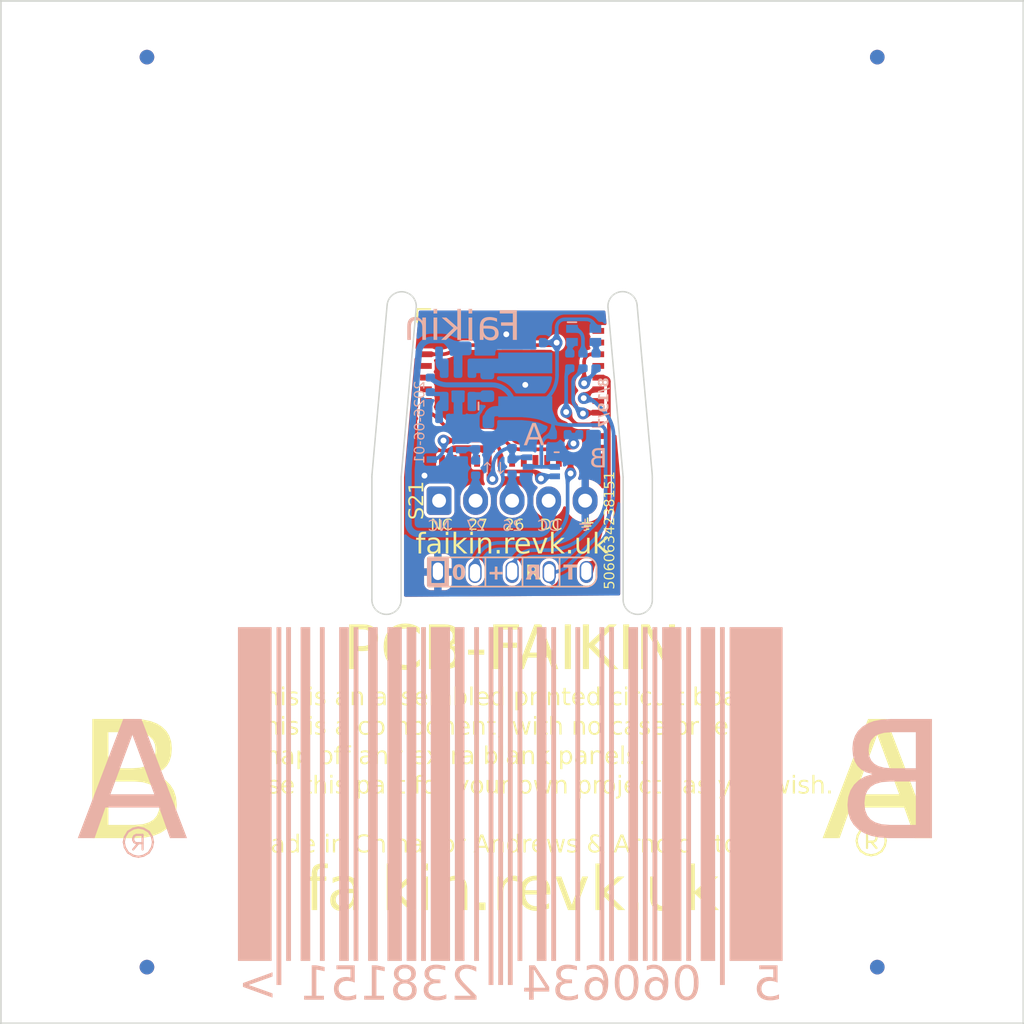
<source format=kicad_pcb>
(kicad_pcb (version 20221018) (generator pcbnew)
  (title_block (title "Daikin ESP32-PICO-MINI Module") (rev "1") (company "Adrian Kennard, Andrews & Arnold Ltd"))
  (layers (0 "F.Cu" signal) (31 "B.Cu" signal) (34 "B.Paste" user) (35 "F.Paste" user) (36 "B.SilkS" user "B.Silkscreen") (37 "F.SilkS" user "F.Silkscreen") (38 "B.Mask" user) (39 "F.Mask" user) (44 "Edge.Cuts" user))
  (property "DATE" "2023-06-02")
  (net 0 "")
  (net 1 "GND")
  (net 2 "TX")
  (net 3 "RX")
  (net 4 "Net-(J1-Pin_2)")
  (net 5 "Net-(D2-RK)")
  (net 6 "Net-(D2-BK)")
  (net 7 "DC")
  (net 8 "Net-(D2-GK)")
  (net 10 "EN")
  (net 11 "Net-(J1-Pin_3)")
  (net 12 "Net-(J2-0)")
  (net 13 "Net-(J2-Rx)")
  (net 14 "Net-(J2-Tx)")
  (net 24 "+3.3V")
  (net 27 "R")
  (net 28 "G")
  (net 29 "B")
  (net 43 "Net-(Q3-G)")
  (footprint "RevK:ESP32-PICO-MINI-02" (layer "F.Cu") (at 135 56.59325)
    (fp_text reference "U1" hide)
    (fp_text value "ESP32-PICO-MINI-02")
    (fp_line (start -6.5 -5.5) (end -6.5 -4.6) (stroke (width 0.12)) (layer "F.SilkS"))
    (fp_line (start -6.5 -5.5) (end -5.6 -5.5) (stroke (width 0.12)) (layer "F.SilkS"))
    (pad "1" smd rect (at -5.9 -4) (size 0.8 0.4) (layers "F.Cu" "F.Paste" "F.Mask") (net 1 "GND"))
    (pad "2" smd rect (at -5.9 -3.2) (size 0.8 0.4) (layers "F.Cu" "F.Paste" "F.Mask") (net 1 "GND"))
    (pad "3" smd rect (at -5.9 -2.4) (size 0.8 0.4) (layers "F.Cu" "F.Paste" "F.Mask") (net 24 "+3.3V"))
    (pad "4" smd rect (at -5.9 -1.6) (size 0.8 0.4) (layers "F.Cu" "F.Paste" "F.Mask"))
    (pad "5" smd rect (at -5.9 -0.8) (size 0.8 0.4) (layers "F.Cu" "F.Paste" "F.Mask"))
    (pad "6" smd rect (at -5.9 0) (size 0.8 0.4) (layers "F.Cu" "F.Paste" "F.Mask"))
    (pad "7" smd rect (at -5.9 0.8) (size 0.8 0.4) (layers "F.Cu" "F.Paste" "F.Mask"))
    (pad "8" smd rect (at -5.9 1.6) (size 0.8 0.4) (layers "F.Cu" "F.Paste" "F.Mask") (net 10 "EN"))
    (pad "9" smd rect (at -5.9 2.4) (size 0.8 0.4) (layers "F.Cu" "F.Paste" "F.Mask"))
    (pad "10" smd rect (at -5.9 3.2) (size 0.8 0.4) (layers "F.Cu" "F.Paste" "F.Mask"))
    (pad "11" smd rect (at -5.9 4) (size 0.8 0.4) (layers "F.Cu" "F.Paste" "F.Mask") (net 1 "GND"))
    (pad "12" smd rect (at -4.8 4.9) (size 0.4 0.8) (layers "F.Cu" "F.Paste" "F.Mask"))
    (pad "13" smd rect (at -4 4.9) (size 0.4 0.8) (layers "F.Cu" "F.Paste" "F.Mask"))
    (pad "14" smd rect (at -3.2 4.9) (size 0.4 0.8) (layers "F.Cu" "F.Paste" "F.Mask") (net 1 "GND"))
    (pad "15" smd rect (at -2.4 4.9) (size 0.4 0.8) (layers "F.Cu" "F.Paste" "F.Mask"))
    (pad "16" smd rect (at -1.6 4.9) (size 0.4 0.8) (layers "F.Cu" "F.Paste" "F.Mask") (net 2 "TX"))
    (pad "17" smd rect (at -0.8 4.9) (size 0.4 0.8) (layers "F.Cu" "F.Paste" "F.Mask") (net 3 "RX"))
    (pad "18" smd rect (at 0 4.9) (size 0.4 0.8) (layers "F.Cu" "F.Paste" "F.Mask"))
    (pad "19" smd rect (at 0.8 4.9) (size 0.4 0.8) (layers "F.Cu" "F.Paste" "F.Mask"))
    (pad "20" smd rect (at 1.6 4.9) (size 0.4 0.8) (layers "F.Cu" "F.Paste" "F.Mask"))
    (pad "21" smd rect (at 2.4 4.9) (size 0.4 0.8) (layers "F.Cu" "F.Paste" "F.Mask"))
    (pad "22" smd rect (at 3.2 4.9) (size 0.4 0.8) (layers "F.Cu" "F.Paste" "F.Mask"))
    (pad "23" smd rect (at 4 4.9) (size 0.4 0.8) (layers "F.Cu" "F.Paste" "F.Mask") (net 12 "Net-(J2-0)"))
    (pad "24" smd rect (at 4.8 4.9) (size 0.4 0.8) (layers "F.Cu" "F.Paste" "F.Mask"))
    (pad "25" smd rect (at 5.9 4) (size 0.8 0.4) (layers "F.Cu" "F.Paste" "F.Mask"))
    (pad "26" smd rect (at 5.9 3.2) (size 0.8 0.4) (layers "F.Cu" "F.Paste" "F.Mask"))
    (pad "27" smd rect (at 5.9 2.4) (size 0.8 0.4) (layers "F.Cu" "F.Paste" "F.Mask") (net 29 "B"))
    (pad "28" smd rect (at 5.9 1.6) (size 0.8 0.4) (layers "F.Cu" "F.Paste" "F.Mask") (net 27 "R"))
    (pad "29" smd rect (at 5.9 0.8) (size 0.8 0.4) (layers "F.Cu" "F.Paste" "F.Mask"))
    (pad "30" smd rect (at 5.9 0) (size 0.8 0.4) (layers "F.Cu" "F.Paste" "F.Mask") (net 13 "Net-(J2-Rx)"))
    (pad "31" smd rect (at 5.9 -0.8) (size 0.8 0.4) (layers "F.Cu" "F.Paste" "F.Mask") (net 14 "Net-(J2-Tx)"))
    (pad "32" smd rect (at 5.9 -1.6) (size 0.8 0.4) (layers "F.Cu" "F.Paste" "F.Mask"))
    (pad "33" smd rect (at 5.9 -2.4) (size 0.8 0.4) (layers "F.Cu" "F.Paste" "F.Mask") (net 28 "G"))
    (pad "34" smd rect (at 5.9 -3.2) (size 0.8 0.4) (layers "F.Cu" "F.Paste" "F.Mask"))
    (pad "35" smd rect (at 5.9 -4) (size 0.8 0.4) (layers "F.Cu" "F.Paste" "F.Mask"))
    (pad "36" smd rect (at 4.8 -4.9) (size 0.4 0.8) (layers "F.Cu" "F.Paste" "F.Mask") (net 1 "GND"))
    (pad "37" smd rect (at 4 -4.9) (size 0.4 0.8) (layers "F.Cu" "F.Paste" "F.Mask") (net 1 "GND"))
    (pad "38" smd rect (at 3.2 -4.9) (size 0.4 0.8) (layers "F.Cu" "F.Paste" "F.Mask") (net 1 "GND"))
    (pad "39" smd rect (at 2.4 -4.9) (size 0.4 0.8) (layers "F.Cu" "F.Paste" "F.Mask") (net 1 "GND"))
    (pad "40" smd rect (at 1.6 -4.9) (size 0.4 0.8) (layers "F.Cu" "F.Paste" "F.Mask") (net 1 "GND"))
    (pad "41" smd rect (at 0.8 -4.9) (size 0.4 0.8) (layers "F.Cu" "F.Paste" "F.Mask") (net 1 "GND"))
    (pad "42" smd rect (at 0 -4.9) (size 0.4 0.8) (layers "F.Cu" "F.Paste" "F.Mask") (net 1 "GND"))
    (pad "43" smd rect (at -0.8 -4.9) (size 0.4 0.8) (layers "F.Cu" "F.Paste" "F.Mask") (net 1 "GND"))
    (pad "44" smd rect (at -1.6 -4.9) (size 0.4 0.8) (layers "F.Cu" "F.Paste" "F.Mask") (net 1 "GND"))
    (pad "45" smd rect (at -2.4 -4.9) (size 0.4 0.8) (layers "F.Cu" "F.Paste" "F.Mask") (net 1 "GND"))
    (pad "46" smd rect (at -3.2 -4.9) (size 0.4 0.8) (layers "F.Cu" "F.Paste" "F.Mask") (net 1 "GND"))
    (pad "47" smd rect (at -4 -4.9) (size 0.4 0.8) (layers "F.Cu" "F.Paste" "F.Mask") (net 1 "GND"))
    (pad "48" smd rect (at -4.8 -4.9) (size 0.4 0.8) (layers "F.Cu" "F.Paste" "F.Mask") (net 1 "GND"))
    (pad "49" smd roundrect (at -1.975 -1.975) (size 1.45 1.45) (layers "F.Cu" "F.Paste" "F.Mask") (roundrect_rratio 0) (chamfer_ratio 0.41) (chamfer top_left) (net 1 "GND"))
    (pad "49" smd rect (at -1.975 0) (size 1.45 1.45) (layers "F.Cu" "F.Paste" "F.Mask") (net 1 "GND"))
    (pad "49" smd rect (at -1.975 1.975) (size 1.45 1.45) (layers "F.Cu" "F.Paste" "F.Mask") (net 1 "GND"))
    (pad "49" smd rect (at 0 -1.975) (size 1.45 1.45) (layers "F.Cu" "F.Paste" "F.Mask") (net 1 "GND"))
    (pad "49" smd rect (at 0 0) (size 1.45 1.45) (layers "F.Cu" "F.Paste" "F.Mask") (net 1 "GND"))
    (pad "49" smd rect (at 0 1.975) (size 1.45 1.45) (layers "F.Cu" "F.Paste" "F.Mask") (net 1 "GND"))
    (pad "49" smd rect (at 1.975 -1.975) (size 1.45 1.45) (layers "F.Cu" "F.Paste" "F.Mask") (net 1 "GND"))
    (pad "49" smd rect (at 1.975 0) (size 1.45 1.45) (layers "F.Cu" "F.Paste" "F.Mask") (net 1 "GND"))
    (pad "49" smd rect (at 1.975 1.975) (size 1.45 1.45) (layers "F.Cu" "F.Paste" "F.Mask") (net 1 "GND"))
    (pad "50" smd rect (at 5.95 -4.95) (size 0.7 0.7) (layers "F.Cu" "F.Paste" "F.Mask") (net 1 "GND"))
    (pad "51" smd rect (at 5.95 4.95) (size 0.7 0.7) (layers "F.Cu" "F.Paste" "F.Mask") (net 1 "GND"))
    (pad "52" smd rect (at -5.95 4.95) (size 0.7 0.7) (layers "F.Cu" "F.Paste" "F.Mask") (net 1 "GND"))
    (pad "53" smd rect (at -5.95 -4.95) (size 0.7 0.7) (layers "F.Cu" "F.Paste" "F.Mask") (net 1 "GND"))
    (zone (net 0) (net_name "") (layer "F.Cu") (connect_pads (clearance 0)) (min_thickness 0.01)
      (keepout (tracks not_allowed) (vias not_allowed) (pads not_allowed) (copperpour not_allowed) (footprints allowed))
      (fill (thermal_gap 0.508) (thermal_bridge_width 0.508))
      (polygon (pts (xy 128.4 45.59325) (xy 141.6 45.59325) (xy 141.6 50.99325) (xy 128.4 50.99325)))
    )
    (zone (net 0) (net_name "") (layer "B.Cu") (connect_pads (clearance 0)) (min_thickness 0.01)
      (keepout (tracks not_allowed) (vias not_allowed) (pads not_allowed) (copperpour not_allowed) (footprints allowed))
      (fill (thermal_gap 0.508) (thermal_bridge_width 0.508))
      (polygon (pts (xy 128.4 45.59325) (xy 141.6 45.59325) (xy 141.6 50.99325) (xy 128.4 50.99325)))
    )
  )
  (footprint "RevK:PCB7070" (layer "F.Cu") (at 135 65)
    (fp_text reference "PCB1" hide)
    (fp_text value "70x70")
    (fp_line (start -35 -35) (end 35 -35) (stroke (width 0.12)) (layer "Edge.Cuts"))
    (fp_line (start -35 35) (end -35 -35) (stroke (width 0.12)) (layer "Edge.Cuts"))
    (fp_line (start 35 -35) (end 35 35) (stroke (width 0.12)) (layer "Edge.Cuts"))
    (fp_line (start 35 35) (end -35 35) (stroke (width 0.12)) (layer "Edge.Cuts"))
    (pad "" np_thru_hole circle (at -33 33) (size 1.1 1.1) (drill 1.1) (layers "F&B.Cu" "*.Mask") (clearance 0.1))
    (pad "" np_thru_hole circle (at -30 -30) (size 2 2) (drill 2) (layers "F&B.Cu" "*.Mask") (clearance 0.1))
    (pad "" np_thru_hole circle (at -30 30) (size 2 2) (drill 2) (layers "F&B.Cu" "*.Mask") (clearance 0.1))
    (pad "" np_thru_hole circle (at 30 -30) (size 2 2) (drill 2) (layers "F&B.Cu" "*.Mask") (clearance 0.1))
    (pad "" np_thru_hole circle (at 30 30) (size 2 2) (drill 2) (layers "F&B.Cu" "*.Mask") (clearance 0.1))
    (pad "" np_thru_hole circle (at 33 -33) (size 1.1 1.1) (drill 1.1) (layers "F&B.Cu" "*.Mask") (clearance 0.1))
    (pad "1" smd circle (at -25 -31.15) (size 1 1) (property pad_prop_fiducial_loc) (layers "F.Cu" "F.Paste" "F.Mask") (clearance 0.5))
    (pad "1" smd circle (at -25 -31.15) (size 1 1) (property pad_prop_fiducial_loc) (layers "B.Cu" "B.Paste" "B.Mask") (clearance 0.5))
    (pad "1" smd circle (at -25 31.15) (size 1 1) (property pad_prop_fiducial_loc) (layers "F.Cu" "F.Paste" "F.Mask") (clearance 0.5))
    (pad "1" smd circle (at -25 31.15) (size 1 1) (property pad_prop_fiducial_loc) (layers "B.Cu" "B.Paste" "B.Mask") (clearance 0.5))
    (pad "1" smd circle (at 25 -31.15) (size 1 1) (property pad_prop_fiducial_loc) (layers "F.Cu" "F.Paste" "F.Mask") (clearance 0.5))
    (pad "1" smd circle (at 25 -31.15) (size 1 1) (property pad_prop_fiducial_loc) (layers "B.Cu" "B.Paste" "B.Mask") (clearance 0.5))
    (pad "1" smd circle (at 25 31.15) (size 1 1) (property pad_prop_fiducial_loc) (layers "F.Cu" "F.Paste" "F.Mask") (clearance 0.5))
    (pad "1" smd circle (at 25 31.15) (size 1 1) (property pad_prop_fiducial_loc) (layers "B.Cu" "B.Paste" "B.Mask") (clearance 0.5))
  )
  (footprint "RevK:C_0603_" (layer "B.Cu") (at 132.6 53.7875)
    (fp_text reference "C8" hide)
    (fp_text value "10uF 50V")
  )
  (footprint "RevK:LED-RGB-1.6x1.6" (layer "B.Cu") (at 139.9 52.9)
    (fp_text reference "D2" hide)
    (fp_text value "RGB")
    (fp_line (start -1.1 -0.9) (end -0.5 -0.9) (stroke (width 0.12)) (layer "B.SilkS"))
    (pad "1" smd rect (at -0.8 -0.45) (size 0.8 0.55) (layers "B.Cu" "B.Paste" "B.Mask") (net 5 "Net-(D2-RK)"))
    (pad "2" smd rect (at -0.8 0.45) (size 0.8 0.55) (layers "B.Cu" "B.Paste" "B.Mask") (net 6 "Net-(D2-BK)"))
    (pad "3" smd rect (at 0.8 0.45) (size 0.8 0.55) (layers "B.Cu" "B.Paste" "B.Mask") (net 8 "Net-(D2-GK)"))
    (pad "4" smd rect (at 0.8 -0.45) (size 0.8 0.55) (layers "B.Cu" "B.Paste" "B.Mask") (net 24 "+3.3V"))
  )
  (footprint "RevK:C_0402" (layer "B.Cu") (at 140.1 59.7 180)
    (fp_text reference "C1" hide)
    (fp_text value "1uF" hide)
    (pad "1" smd roundrect (at -0.5 0 180) (size 0.54 0.64) (layers "B.Cu" "B.Paste" "B.Mask") (net 1 "GND"))
    (pad "2" smd roundrect (at 0.5 0 180) (size 0.54 0.64) (layers "B.Cu" "B.Paste" "B.Mask") (net 10 "EN"))
  )
  (footprint "RevK:R_0402" (layer "B.Cu") (at 140.75 54.65 -90)
    (fp_text reference "R6" hide)
    (fp_text value "2K" hide)
    (pad "1" smd roundrect (at -0.5 0 270) (size 0.54 0.64) (layers "B.Cu" "B.Paste" "B.Mask") (net 8 "Net-(D2-GK)"))
    (pad "2" smd roundrect (at 0.5 0 270) (size 0.54 0.64) (layers "B.Cu" "B.Paste" "B.Mask") (net 28 "G"))
  )
  (footprint "RevK:R_0402_" (layer "B.Cu") (at 130.5 58.5875 180)
    (fp_text reference "R10" hide)
    (fp_text value "40k2" hide)
  )
  (footprint "RevK:SOT-323_SC-70" (layer "B.Cu") (at 130.5 61.4)
    (fp_text reference "Q3" hide)
    (fp_text value "PMF250XNEX" hide)
    (pad "1" smd rect (at 1 -0.65 270) (size 0.45 0.7) (layers "B.Cu" "B.Paste" "B.Mask") (net 43 "Net-(Q3-G)"))
    (pad "2" smd rect (at 1 0.65 270) (size 0.45 0.7) (layers "B.Cu" "B.Paste" "B.Mask") (net 1 "GND"))
    (pad "3" smd rect (at -1 0 270) (size 0.45 0.7) (layers "B.Cu" "B.Paste" "B.Mask") (net 3 "RX"))
  )
  (footprint "RevK:R_0402" (layer "B.Cu") (at 139.85 54.65 -90)
    (fp_text reference "R5" hide)
    (fp_text value "680R" hide)
    (pad "1" smd roundrect (at -0.5 0 270) (size 0.54 0.64) (layers "B.Cu" "B.Paste" "B.Mask") (net 5 "Net-(D2-RK)"))
    (pad "2" smd roundrect (at 0.5 0 270) (size 0.54 0.64) (layers "B.Cu" "B.Paste" "B.Mask") (net 27 "R"))
  )
  (footprint "RevK:SOT-23-6-MD8942" (layer "B.Cu") (at 131.3 56.2875 -90)
    (fp_text reference "U3" hide)
    (fp_text value "MD8942")
    (fp_line (start 1.7 -1.4) (end 1.2 -1.4) (stroke (width 0.12)) (layer "B.SilkS"))
    (pad "1" smd rect (at 0.7625 -1.5 270) (size 0.525 0.8) (layers "B.Cu"))
    (pad "1" smd roundrect (at 0.775 -2 270) (size 0.8 0.95) (layers "B.Cu" "B.Paste" "B.Mask"))
    (pad "1" smd roundrect (at 1.1375 -0.95 270) (size 1.325 0.6) (layers "B.Cu" "B.Paste" "B.Mask"))
    (pad "2" smd roundrect (at 1.1375 0 270) (size 1.325 0.6) (layers "B.Cu" "B.Paste" "B.Mask") (net 1 "GND"))
    (pad "2" smd rect (at 1.8 0 270) (size 0.8 0.6) (layers "B.Cu") (net 1 "GND"))
    (pad "2" smd roundrect (at 2.3 0.3) (size 0.54 0.64) (layers "B.Cu" "B.Paste" "B.Mask") (net 1 "GND"))
    (pad "2" smd roundrect (at 2.5 -0.525 270) (size 0.95 0.8) (layers "B.Cu" "B.Paste" "B.Mask") (net 1 "GND"))
    (pad "2" smd roundrect (at 2.5 0 270) (size 0.95 1.125) (layers "B.Cu") (net 1 "GND"))
    (pad "3" smd roundrect (at 0.5 1.9 270) (size 0.54 0.64) (layers "B.Cu" "B.Paste" "B.Mask"))
    (pad "3" smd rect (at 0.625 1.355 270) (size 0.29 0.89) (layers "B.Cu"))
    (pad "3" smd roundrect (at 1.1375 0.95 270) (size 1.325 0.6) (layers "B.Cu" "B.Paste" "B.Mask"))
    (pad "3" smd custom (at 1.98 1.3 270) (size 0.8 0.5) (layers "B.Cu") (options (clearance outline) (anchor rect)) (primitives (gr_arc (start -0.4 0) (mid -0.682843 -0.117157) (end -0.8 -0.4) (width 0.5))))
    (pad "3" smd roundrect (at 2.3 1.3) (size 0.54 0.64) (layers "B.Cu" "B.Paste" "B.Mask"))
    (pad "4" smd roundrect (at -2.3 1.3 180) (size 0.54 0.64) (layers "B.Cu" "B.Paste" "B.Mask"))
    (pad "4" smd custom (at -1.9 1.3 270) (size 0.8 0.5) (layers "B.Cu") (options (clearance outline) (anchor rect)) (primitives (gr_arc (start 0.8 -0.4) (mid 0.682843 -0.117157) (end 0.4 0) (width 0.5))))
    (pad "4" smd roundrect (at -1.1375 0.95 270) (size 1.325 0.6) (layers "B.Cu" "B.Paste" "B.Mask"))
    (pad "5" smd roundrect (at -2.5 -0.525 270) (size 0.95 0.8) (layers "B.Cu" "B.Paste" "B.Mask") (net 7 "DC"))
    (pad "5" smd roundrect (at -2.5 0 270) (size 0.95 1.125) (layers "B.Cu") (net 7 "DC"))
    (pad "5" smd roundrect (at -2.3 0.3 180) (size 0.54 0.64) (layers "B.Cu" "B.Paste" "B.Mask") (net 7 "DC"))
    (pad "5" smd rect (at -1.8 0 270) (size 0.8 0.6) (layers "B.Cu") (net 7 "DC"))
    (pad "5" smd roundrect (at -1.1375 0 270) (size 1.325 0.6) (layers "B.Cu" "B.Paste" "B.Mask") (net 7 "DC"))
    (pad "6" smd rect (at -1.5 -4.6 270) (size 1.425 3.7) (layers "B.Cu" "B.Mask"))
    (pad "6" smd rect (at -1.3 -1.975 270) (size 1 2) (layers "B.Cu"))
    (pad "6" smd roundrect (at -1.1375 -0.95 270) (size 1.325 0.6) (layers "B.Cu" "B.Paste" "B.Mask"))
    (pad "6" smd roundrect (at -0.775 -2 270) (size 0.8 0.95) (layers "B.Cu" "B.Paste" "B.Mask"))
    (pad "7" smd roundrect (at -2.5 -2.075 270) (size 0.95 0.8) (layers "B.Cu" "B.Paste" "B.Mask") (net 1 "GND"))
    (pad "8" smd roundrect (at -0.5 1.9 270) (size 0.54 0.64) (layers "B.Cu" "B.Paste" "B.Mask") (net 24 "+3.3V"))
    (pad "8" smd custom (at 0 -0.8 270) (size 0.35 3) (layers "B.Cu") (net 24 "+3.3V") (options (clearance outline) (anchor rect)) (primitives (gr_arc (start 0.001198 1.5) (mid -0.129059 2.154847) (end -0.5 2.71) (width 0.35)) (gr_arc (start 0 -1.5) (mid 0.43934 -2.56066) (end 1.5 -3) (width 0.35))))
    (pad "8" smd rect (at 1.5 -4.6 270) (size 1.425 3.7) (layers "B.Cu" "B.Mask") (net 24 "+3.3V"))
    (pad "8" smd custom (at 1.8 -3.6 270) (size 0.7 2) (layers "B.Cu") (net 24 "+3.3V") (options (clearance outline) (anchor rect)) (primitives (gr_arc (start 0.5 1.5) (mid 0.146447 1.353553) (end 0 1) (width 0.7))))
    (pad "8" smd roundrect (at 2.5 -2.075 270) (size 0.95 0.8) (layers "B.Cu" "B.Paste" "B.Mask") (net 24 "+3.3V"))
  )
  (footprint "RevK:R_0402" (layer "B.Cu") (at 138.3 59.7)
    (fp_text reference "R4" hide)
    (fp_text value "10K" hide)
    (pad "1" smd roundrect (at -0.5 0) (size 0.54 0.64) (layers "B.Cu" "B.Paste" "B.Mask") (net 24 "+3.3V"))
    (pad "2" smd roundrect (at 0.5 0) (size 0.54 0.64) (layers "B.Cu" "B.Paste" "B.Mask") (net 10 "EN"))
  )
  (footprint "RevK:R_0402" (layer "B.Cu") (at 135 61.9 -90)
    (fp_text reference "R7" hide)
    (fp_text value "100R" hide)
    (pad "1" smd roundrect (at -0.5 0 270) (size 0.54 0.64) (layers "B.Cu" "B.Paste" "B.Mask") (net 2 "TX"))
    (pad "2" smd roundrect (at 0.5 0 270) (size 0.54 0.64) (layers "B.Cu" "B.Paste" "B.Mask") (net 11 "Net-(J1-Pin_3)"))
  )
  (footprint "RevK:R_0402_" (layer "B.Cu") (at 130.5 53.9875 180)
    (fp_text reference "R11" hide)
    (fp_text value "1M" hide)
  )
  (footprint "RevK:C_0402" (layer "B.Cu") (at 135 60.1 -90)
    (fp_text reference "C6" hide)
    (fp_text value "33pF" hide)
    (pad "1" smd roundrect (at -0.5 0 270) (size 0.54 0.64) (layers "B.Cu" "B.Paste" "B.Mask") (net 1 "GND"))
    (pad "2" smd roundrect (at 0.5 0 270) (size 0.54 0.64) (layers "B.Cu" "B.Paste" "B.Mask") (net 2 "TX"))
  )
  (footprint "RevK:R_0402" (layer "B.Cu") (at 132.5 61.9825 -90)
    (fp_text reference "R8" hide)
    (fp_text value "100R" hide)
    (pad "1" smd roundrect (at -0.5 0 270) (size 0.54 0.64) (layers "B.Cu" "B.Paste" "B.Mask") (net 43 "Net-(Q3-G)"))
    (pad "2" smd roundrect (at 0.5 0 270) (size 0.54 0.64) (layers "B.Cu" "B.Paste" "B.Mask") (net 4 "Net-(J1-Pin_2)"))
  )
  (footprint "RevK:C_0603_" (layer "B.Cu") (at 133.3 56.2875 90)
    (fp_text reference "C10" hide)
    (fp_text value "100nF")
  )
  (footprint "RevK:SOT-363_SC-70-6" (layer "B.Cu") (at 137 61.9 180)
    (fp_text reference "D1" hide)
    (fp_text value "BAV99S")
    (fp_line (start -0.9 1) (end -1.2 1) (stroke (width 0.12)) (layer "B.SilkS"))
    (pad "1" smd rect (at -0.95 0.65 180) (size 0.65 0.4) (layers "B.Cu" "B.Paste" "B.Mask") (net 1 "GND"))
    (pad "2" smd rect (at -0.95 0 180) (size 0.65 0.4) (layers "B.Cu" "B.Paste" "B.Mask") (net 24 "+3.3V"))
    (pad "3" smd rect (at -0.95 -0.65 180) (size 0.65 0.4) (layers "B.Cu" "B.Paste" "B.Mask") (net 3 "RX"))
    (pad "4" smd rect (at 0.95 -0.65 180) (size 0.65 0.4) (layers "B.Cu" "B.Paste" "B.Mask") (net 1 "GND"))
    (pad "5" smd rect (at 0.95 0 180) (size 0.65 0.4) (layers "B.Cu" "B.Paste" "B.Mask") (net 24 "+3.3V"))
    (pad "6" smd rect (at 0.95 0.65 180) (size 0.65 0.4) (layers "B.Cu" "B.Paste" "B.Mask") (net 2 "TX"))
  )
  (footprint "RevK:JST_EH_S5B-EH_1x05_P2.50mm_Horizontal" (layer "B.Cu") (at 130 64.2175)
    (fp_text reference "J1" hide)
    (fp_text value "1x5")
    (pad "1" thru_hole roundrect (at 0 0) (size 1.7 1.95) (drill 0.95) (layers "*.Cu" "*.Mask") (roundrect_rratio 0.1470588235))
    (pad "2" thru_hole oval (at 2.5 0) (size 1.7 1.95) (drill 0.95) (layers "*.Cu" "*.Mask") (net 4 "Net-(J1-Pin_2)"))
    (pad "3" thru_hole oval (at 5 0) (size 1.7 1.95) (drill 0.95) (layers "*.Cu" "*.Mask") (net 11 "Net-(J1-Pin_3)"))
    (pad "4" thru_hole oval (at 7.5 0) (size 1.7 1.95) (drill 0.95) (layers "*.Cu" "*.Mask") (net 7 "DC"))
    (pad "5" thru_hole oval (at 10 0) (size 1.7 1.95) (drill 0.95) (layers "*.Cu" "*.Mask") (net 1 "GND"))
  )
  (footprint "RevK:C_0402" (layer "B.Cu") (at 136.6 53.4 180)
    (fp_text reference "C5" hide)
    (fp_text value "100nF" hide)
    (pad "1" smd roundrect (at -0.5 0 180) (size 0.54 0.64) (layers "B.Cu" "B.Paste" "B.Mask") (net 24 "+3.3V"))
    (pad "2" smd roundrect (at 0.5 0 180) (size 0.54 0.64) (layers "B.Cu" "B.Paste" "B.Mask") (net 1 "GND"))
  )
  (footprint "RevK:L_4x4_" (layer "B.Cu") (at 135.9 56.2875 90)
    (fp_text reference "L2" hide)
    (fp_text value "10uH")
  )
  (footprint "RevK:R_0402" (layer "B.Cu") (at 138.95 54.65 -90)
    (fp_text reference "R12" hide)
    (fp_text value "220R" hide)
    (pad "1" smd roundrect (at -0.5 0 270) (size 0.54 0.64) (layers "B.Cu" "B.Paste" "B.Mask") (net 6 "Net-(D2-BK)"))
    (pad "2" smd roundrect (at 0.5 0 270) (size 0.54 0.64) (layers "B.Cu" "B.Paste" "B.Mask") (net 29 "B"))
  )
  (footprint "RevK:C_0603_" (layer "B.Cu") (at 132.6 58.7875 180)
    (fp_text reference "C9" hide)
    (fp_text value "10uF 6.3V")
  )
  (footprint "RevK:R_0402_" (layer "B.Cu") (at 129.4 56.2875 90)
    (fp_text reference "R9" hide)
    (fp_text value "124k" hide)
  )
  (footprint "RevK:C_0402" (layer "B.Cu") (at 132.5 60.1825 -90)
    (fp_text reference "C7" hide)
    (fp_text value "33pF" hide)
    (pad "1" smd roundrect (at -0.5 0 270) (size 0.54 0.64) (layers "B.Cu" "B.Paste" "B.Mask") (net 1 "GND"))
    (pad "2" smd roundrect (at 0.5 0 270) (size 0.54 0.64) (layers "B.Cu" "B.Paste" "B.Mask") (net 43 "Net-(Q3-G)"))
  )
  (footprint "RevK:Shelly" (layer "B.Cu") (at 135 69.1 180)
    (fp_text reference "J2" hide)
    (fp_text value "Prog" hide)
    (fp_text user "0" (at 3.6375 -0.1 unlocked) (layer "B.SilkS") (effects (font (thickness 0.1) bold) (justify mirror)))
    (fp_text user "T" (at -3.9825 -0.1 unlocked) (layer "B.SilkS") (effects (font (thickness 0.1) bold) (justify mirror)))
    (fp_text user "R" (at -1.4425 -0.1 unlocked) (layer "B.SilkS") (effects (font (thickness 0.1) bold) (justify mirror)))
    (fp_text user "+" (at 1.0975 -0.1 unlocked) (layer "B.SilkS") (effects (font (thickness 0.1) bold) (justify mirror)))
    (fp_text user "0" (at 3.6375 -0.1 unlocked) (layer "F.SilkS") (effects (font (thickness 0.1) bold)))
    (fp_text user "T" (at -3.9825 -0.1 unlocked) (layer "F.SilkS") (effects (font (thickness 0.1) bold)))
    (fp_text user "+" (at 1.0975 -0.1 unlocked) (layer "F.SilkS") (effects (font (thickness 0.1) bold)))
    (fp_text user "R" (at -1.4425 -0.1 unlocked) (layer "F.SilkS") (effects (font (thickness 0.1) bold)))
    (fp_line (start -5.78 0.3) (end -5.78 -0.3) (stroke (width 0.1)) (layer "B.SilkS"))
    (fp_line (start -5.08 1) (end 4.52 1) (stroke (width 0.1)) (layer "B.SilkS"))
    (fp_line (start -3.25 -1) (end -3.25 1) (stroke (width 0.1)) (layer "B.SilkS"))
    (fp_line (start -0.71 -1) (end -0.71 1) (stroke (width 0.1)) (layer "B.SilkS"))
    (fp_line (start 1.83 -1) (end 1.83 1) (stroke (width 0.1)) (layer "B.SilkS"))
    (fp_line (start 4.475 0.905) (end 4.475 -0.905) (stroke (width 0.29)) (layer "B.SilkS"))
    (fp_line (start 4.52 -1) (end -5.08 -1) (stroke (width 0.1)) (layer "B.SilkS"))
    (fp_line (start 4.52 -0.905) (end 5.685 -0.905) (stroke (width 0.29)) (layer "B.SilkS"))
    (fp_line (start 4.55 0.905) (end 5.685 0.905) (stroke (width 0.29)) (layer "B.SilkS"))
    (fp_line (start 5.685 0.905) (end 5.685 -0.905) (stroke (width 0.29)) (layer "B.SilkS"))
    (fp_arc (start -5.78 -0.3) (mid -5.574974 -0.794974) (end -5.08 -1) (stroke (width 0.1)) (layer "B.SilkS"))
    (fp_arc (start -5.08 1) (mid -5.574974 0.794974) (end -5.78 0.3) (stroke (width 0.1)) (layer "B.SilkS"))
    (fp_line (start -5.78 -0.3) (end -5.78 0.3) (stroke (width 0.1)) (layer "F.SilkS"))
    (fp_line (start -5.08 -1) (end 4.52 -1) (stroke (width 0.1)) (layer "F.SilkS"))
    (fp_line (start -3.25 1) (end -3.25 -1) (stroke (width 0.1)) (layer "F.SilkS"))
    (fp_line (start -0.71 1) (end -0.71 -1) (stroke (width 0.1)) (layer "F.SilkS"))
    (fp_line (start 1.83 1) (end 1.83 -1) (stroke (width 0.1)) (layer "F.SilkS"))
    (fp_line (start 4.475 -0.905) (end 4.475 0.905) (stroke (width 0.29)) (layer "F.SilkS"))
    (fp_line (start 4.52 0.905) (end 5.685 0.905) (stroke (width 0.29)) (layer "F.SilkS"))
    (fp_line (start 4.52 1) (end -5.08 1) (stroke (width 0.1)) (layer "F.SilkS"))
    (fp_line (start 4.55 -0.905) (end 5.685 -0.905) (stroke (width 0.29)) (layer "F.SilkS"))
    (fp_line (start 5.685 -0.905) (end 5.685 0.905) (stroke (width 0.29)) (layer "F.SilkS"))
    (fp_arc (start -5.78 -0.3) (mid -5.574974 -0.794974) (end -5.08 -1) (stroke (width 0.1)) (layer "F.SilkS"))
    (fp_arc (start -5.08 1) (mid -5.574974 0.794974) (end -5.78 0.3) (stroke (width 0.1)) (layer "F.SilkS"))
    (pad "1" thru_hole rect (at 5.08 0.05 270) (size 1.5 0.9) (drill oval 1.2 0.7 (offset 0.05 0)) (layers "*.Cu" "*.Mask") (net 1 "GND"))
    (pad "2" thru_hole oval (at 2.54 -0.05 270) (size 1.5 0.9) (drill oval 1.2 0.7 (offset -0.05 0)) (layers "*.Cu" "*.Mask") (net 12 "Net-(J2-0)"))
    (pad "3" thru_hole oval (at 0 0.05 270) (size 1.5 0.9) (drill oval 1.2 0.7 (offset 0.05 0)) (layers "*.Cu" "*.Mask") (net 24 "+3.3V"))
    (pad "4" thru_hole oval (at -2.54 -0.05 270) (size 1.5 0.9) (drill oval 1.2 0.7 (offset -0.05 0)) (layers "*.Cu" "*.Mask") (net 13 "Net-(J2-Rx)"))
    (pad "5" thru_hole oval (at -5.08 0.05 270) (size 1.5 0.9) (drill oval 1.2 0.7 (offset 0.05 0)) (layers "*.Cu" "*.Mask") (net 14 "Net-(J2-Tx)"))
  )
  (footprint "RevK:EAN-5060634238151" (layer "B.Cu") (at 153.52 72.875 180)
    (fp_text reference "U4" hide)
    (fp_text value "Barcode" hide)
    (fp_text user "5" (at 0 -25.9) (layer "B.SilkS") (effects (font (size 2.31 2.31) (thickness 0.1)) (justify left bottom mirror)))
    (fp_text user "238151" (at 26.89 -25.9) (layer "B.SilkS") (effects (font (size 2.31 2.31) (thickness 0.1)) (justify bottom mirror)))
    (fp_text user "060634" (at 11.71 -25.9) (layer "B.SilkS") (effects (font (size 2.31 2.31) (thickness 0.1)) (justify bottom mirror)))
    (fp_text user ">" (at 37.29 -25.9) (layer "B.SilkS") (effects (font (size 2.31 2.31) (thickness 0.1)) (justify right bottom mirror)))
    (fp_rect (start 0 0) (end 3.63 -22.85) (fill solid) (layer "B.SilkS"))
    (fp_rect (start 3.96 0) (end 4.29 -24.5) (fill solid) (layer "B.SilkS"))
    (fp_rect (start 4.62 0) (end 5.61 -22.85) (fill solid) (layer "B.SilkS"))
    (fp_rect (start 6.27 0) (end 6.6 -22.85) (fill solid) (layer "B.SilkS"))
    (fp_rect (start 6.93 0) (end 8.25 -22.85) (fill solid) (layer "B.SilkS"))
    (fp_rect (start 8.58 0) (end 8.91 -22.85) (fill solid) (layer "B.SilkS"))
    (fp_rect (start 9.24 0) (end 9.57 -22.85) (fill solid) (layer "B.SilkS"))
    (fp_rect (start 9.9 0) (end 10.56 -22.85) (fill solid) (layer "B.SilkS"))
    (fp_rect (start 11.55 0) (end 11.88 -22.85) (fill solid) (layer "B.SilkS"))
    (fp_rect (start 12.21 0) (end 12.54 -22.85) (fill solid) (layer "B.SilkS"))
    (fp_rect (start 13.86 0) (end 14.19 -22.85) (fill solid) (layer "B.SilkS"))
    (fp_rect (start 15.51 0) (end 15.84 -22.85) (fill solid) (layer "B.SilkS"))
    (fp_rect (start 16.17 0) (end 16.83 -22.85) (fill solid) (layer "B.SilkS"))
    (fp_rect (start 17.82 0) (end 18.15 -22.85) (fill solid) (layer "B.SilkS"))
    (fp_rect (start 18.48 0) (end 18.81 -24.5) (fill solid) (layer "B.SilkS"))
    (fp_rect (start 19.14 0) (end 19.47 -24.5) (fill solid) (layer "B.SilkS"))
    (fp_rect (start 19.8 0) (end 20.13 -24.5) (fill solid) (layer "B.SilkS"))
    (fp_rect (start 20.79 0) (end 21.12 -22.85) (fill solid) (layer "B.SilkS"))
    (fp_rect (start 21.78 0) (end 22.44 -22.85) (fill solid) (layer "B.SilkS"))
    (fp_rect (start 22.77 0) (end 24.09 -22.85) (fill solid) (layer "B.SilkS"))
    (fp_rect (start 24.42 0) (end 24.75 -22.85) (fill solid) (layer "B.SilkS"))
    (fp_rect (start 25.08 0) (end 25.74 -22.85) (fill solid) (layer "B.SilkS"))
    (fp_rect (start 26.07 0) (end 27.06 -22.85) (fill solid) (layer "B.SilkS"))
    (fp_rect (start 27.72 0) (end 28.38 -22.85) (fill solid) (layer "B.SilkS"))
    (fp_rect (start 29.04 0) (end 29.37 -22.85) (fill solid) (layer "B.SilkS"))
    (fp_rect (start 29.7 0) (end 30.36 -22.85) (fill solid) (layer "B.SilkS"))
    (fp_rect (start 31.35 0) (end 31.68 -22.85) (fill solid) (layer "B.SilkS"))
    (fp_rect (start 32.34 0) (end 33 -22.85) (fill solid) (layer "B.SilkS"))
    (fp_rect (start 33.66 0) (end 33.99 -22.85) (fill solid) (layer "B.SilkS"))
    (fp_rect (start 34.32 0) (end 34.65 -24.5) (fill solid) (layer "B.SilkS"))
    (fp_rect (start 34.98 0) (end 37.29 -22.85) (fill solid) (layer "B.SilkS"))
  )
  (gr_arc (start 127.4 71) (mid 126.4 72) (end 125.4 71) (stroke (width 0.1)) (layer "Edge.Cuts"))
  (gr_line (start 142.6 62.6) (end 142.6 71) (stroke (width 0.1)) (layer "Edge.Cuts"))
  (gr_line (start 125.407918 62.422211) (end 126.442914 50.825305) (stroke (width 0.1)) (layer "Edge.Cuts"))
  (gr_arc (start 144.592082 62.422211) (mid 144.598019 62.511017) (end 144.6 62.6) (stroke (width 0.1)) (layer "Edge.Cuts"))
  (gr_line (start 127.4 62.6) (end 128.434996 51.003094) (stroke (width 0.1)) (layer "Edge.Cuts"))
  (gr_arc (start 125.4 62.6) (mid 125.401981 62.511017) (end 125.407918 62.422211) (stroke (width 0.1)) (layer "Edge.Cuts"))
  (gr_line (start 141.565004 51.003094) (end 142.6 62.6) (stroke (width 0.1)) (layer "Edge.Cuts"))
  (gr_line (start 144.6 62.6) (end 144.6 71) (stroke (width 0.1)) (layer "Edge.Cuts"))
  (gr_arc (start 141.565004 51.003094) (mid 142.472151 49.918157) (end 143.557086 50.825305) (stroke (width 0.1)) (layer "Edge.Cuts"))
  (gr_line (start 127.4 71) (end 127.4 62.6) (stroke (width 0.1)) (layer "Edge.Cuts"))
  (gr_line (start 125.4 71) (end 125.4 62.6) (stroke (width 0.1)) (layer "Edge.Cuts"))
  (gr_arc (start 144.6 71) (mid 143.6 72) (end 142.6 71) (stroke (width 0.1)) (layer "Edge.Cuts"))
  (gr_line (start 143.557086 50.825305) (end 144.592082 62.422211) (stroke (width 0.1)) (layer "Edge.Cuts"))
  (gr_arc (start 126.442914 50.825305) (mid 127.527849 49.918157) (end 128.434996 51.003094) (stroke (width 0.1)) (layer "Edge.Cuts"))
  (gr_text "26" (at 135 65.98) (layer "B.SilkS") (effects (font (size 0.75 0.75) (thickness 0.1)) (justify mirror)))
  (gr_text "®" (at 110.8 88.5) (layer "B.SilkS") (effects (font (size 1.5 1.5)) (justify left bottom mirror)))
  (gr_text "NC" (at 130 65.98) (layer "B.SilkS") (effects (font (size 0.75 0.75) (thickness 0.1)) (justify mirror)))
  (gr_text "B" (at 161 84) (layer "B.SilkS") (effects (font (size 8 8)) (justify mirror)))
  (gr_text "${CURRENT_DATE}" (at 128.7 61.7 90) (layer "B.SilkS") (effects (font (size 0.7 0.7)) (justify right mirror)))
  (gr_text "⏚" (at 140 65.9) (layer "B.SilkS") (effects (font (size 0.75 0.75) (thickness 0.1)) (justify mirror)))
  (gr_text "8/19/7" (at 141.3 57.5 90) (layer "B.SilkS") (effects (font (size 0.7 0.7) (thickness 0.1) bold) (justify mirror)))
  (gr_text "↑" (at 133.3 61.9) (layer "B.SilkS") (effects (font (size 1 1) (thickness 0.08)) (justify mirror)))
  (gr_text "B" (at 140.9 61.4) (layer "B.SilkS") (effects (font (size 1.3 1.3)) (justify mirror)))
  (gr_text "DC" (at 137.5 65.98) (layer "B.SilkS") (effects (font (size 0.75 0.75) (thickness 0.1)) (justify mirror)))
  (gr_text "27" (at 132.5 65.98) (layer "B.SilkS") (effects (font (size 0.75 0.75) (thickness 0.1)) (justify mirror)))
  (gr_text "Faikin" (at 135.6 53.55) (layer "B.SilkS") (effects (font (size 2 2)) (justify left bottom mirror)))
  (gr_text "A" (at 109 84) (layer "B.SilkS") (effects (font (size 8 8)) (justify mirror)))
  (gr_text "↓" (at 134.2 61.9) (layer "B.SilkS") (effects (font (size 1 1) (thickness 0.08)) (justify mirror)))
  (gr_text "A" (at 136.5 59.8) (layer "B.SilkS") (effects (font (size 1.5 1.5)) (justify mirror)))
  (gr_text "A" (at 160 84) (layer "F.SilkS") (effects (font (size 8 8))))
  (gr_text "®" (at 158.2 88.4) (layer "F.SilkS") (effects (font (size 1.5 1.5)) (justify left bottom)))
  (gr_text "PCB-FAIKIN" (at 135 74.5) (layer "F.SilkS") (effects (font (size 3 3))))
  (gr_text "faikin.revk.uk" (at 135 91) (layer "F.SilkS") (effects (font (size 3 3))))
  (gr_text "5060634238151" (at 141.7 70.3 90) (layer "F.SilkS") (effects (font (size 0.7 0.7)) (justify left)))
  (gr_text "B" (at 109 84) (layer "F.SilkS") (effects (font (size 8 8))))
  (gr_text "26" (at 135.167152 65.9) (layer "F.SilkS") (effects (font (size 0.75 0.75) (thickness 0.1))))
  (gr_text "S21" (at 128.5 64.2 90) (layer "F.SilkS") (effects (font (size 1 1))))
  (gr_text "NC" (at 130.167152 65.9) (layer "F.SilkS") (effects (font (size 0.75 0.75) (thickness 0.1))))
  (gr_text "faikin.revk.uk" (at 135 67.25) (layer "F.SilkS") (effects (font (size 1.4 1.4))))
  (gr_text "DC" (at 137.667152 65.9) (layer "F.SilkS") (effects (font (size 0.75 0.75) (thickness 0.1))))
  (gr_text "27" (at 132.667152 65.9) (layer "F.SilkS") (effects (font (size 0.75 0.75) (thickness 0.1))))
  (gr_text "This is an assembled printed circuit board.\nThis is a component, with no case or leads.\nSnap off any extra blank panels.\nUse this part for your own projects as you wish.\n\nMade in China for Andrews & Arnold Ltd." (at 117 88.5) (layer "F.SilkS") (effects (font (size 1.2 1.2)) (justify left bottom)))
  (gr_text "⏚" (at 140.167152 65.82) (layer "F.SilkS") (effects (font (size 0.75 0.75) (thickness 0.1))))
  (via (at 135.9 56.2875) (size 0.8) (drill 0.4) (layers "F.Cu" "B.Cu") (net 1))
  (via (at 129 62.5) (size 0.8) (drill 0.4) (layers "F.Cu" "B.Cu") (net 1))
  (via (at 134.6 52.825) (size 0.8) (drill 0.4) (layers "F.Cu" "B.Cu") (net 1))
  (segment (start 133.4 62.48328) (end 133.653838 62.737118) (width 0.25) (layer "F.Cu") (net 2))
  (segment (start 133.4 61.49325) (end 133.4 62.48328) (width 0.25) (layer "F.Cu") (net 2))
  (via (at 133.653838 62.737118) (size 0.8) (drill 0.4) (layers "F.Cu" "B.Cu") (net 2))
  (segment (start 136.05 61.25) (end 135.362132 61.25) (width 0.25) (layer "B.Cu") (net 2))
  (segment (start 135 60.6) (end 135 61.4) (width 0.25) (layer "B.Cu") (net 2))
  (segment (start 133.702236 61.78646) (end 133.702236 62.68872) (width 0.25) (layer "B.Cu") (net 2))
  (segment (start 133.702236 62.68872) (end 133.653838 62.737118) (width 0.25) (layer "B.Cu") (net 2))
  (arc (start 135.362132 61.25) (mid 135.166148 61.288984) (end 135 61.4) (width 0.25) (layer "B.Cu") (net 2))
  (arc (start 135 60.6) (mid 134.121733 60.941539) (end 133.702236 61.78646) (width 0.25) (layer "B.Cu") (net 2))
  (segment (start 134.2 61.49325) (end 134.2 61.81825) (width 0.25) (layer "F.Cu") (net 3))
  (segment (start 133.25675 60.1) (end 130.3 60.1) (width 0.25) (layer "F.Cu") (net 3))
  (segment (start 134.2 61.49325) (end 134.2 61.04325) (width 0.25) (layer "F.Cu") (net 3))
  (segment (start 136.492752 62.21825) (end 134.6 62.21825) (width 0.25) (layer "F.Cu") (net 3))
  (via (at 136.974502 62.7) (size 0.8) (drill 0.4) (layers "F.Cu" "B.Cu") (net 3))
  (via (at 130.3 60.1) (size 0.8) (drill 0.4) (layers "F.Cu" "B.Cu") (net 3))
  (arc (start 134.2 61.81825) (mid 134.317157 62.101093) (end 134.6 62.21825) (width 0.25) (layer "F.Cu") (net 3))
  (arc (start 136.974502 62.7) (mid 136.833401 62.359351) (end 136.492752 62.21825) (width 0.25) (layer "F.Cu") (net 3))
  (arc (start 134.2 61.04325) (mid 133.923728 60.376272) (end 133.25675 60.1) (width 0.25) (layer "F.Cu") (net 3))
  (segment (start 130.3 60.1) (end 130.3 60.6) (width 0.25) (layer "B.Cu") (net 3))
  (segment (start 137.95 62.55) (end 137.336634 62.55) (width 0.25) (layer "B.Cu") (net 3))
  (arc (start 130.3 60.6) (mid 130.065685 61.165685) (end 129.5 61.4) (width 0.25) (layer "B.Cu") (net 3))
  (arc (start 137.336634 62.55) (mid 137.14065 62.588984) (end 136.974502 62.7) (width 0.25) (layer "B.Cu") (net 3))
  (segment (start 132.5 62.4825) (end 132.5 64.2175) (width 0.25) (layer "B.Cu") (net 4))
  (segment (start 139.85 54.15) (end 139.85 53.15) (width 0.25) (layer "B.Cu") (net 5))
  (arc (start 139.15 52.45) (mid 139.644975 52.655025) (end 139.85 53.15) (width 0.25) (layer "B.Cu") (net 5))
  (segment (start 138.95 54.15) (end 138.95 53.712132) (width 0.25) (layer "B.Cu") (net 6))
  (arc (start 138.95 53.712132) (mid 138.988984 53.516148) (end 139.1 53.35) (width 0.25) (layer "B.Cu") (net 6))
  (segment (start 127.9 65.782594) (end 127.9 62.059791) (width 0.45) (layer "B.Cu") (net 7))
  (segment (start 137.5 64.2175) (end 137.5 65.8) (width 0.45) (layer "B.Cu") (net 7))
  (segment (start 128.610393 54.1) (end 128.610393 54.099801) (width 0.45) (layer "B.Cu") (net 7))
  (segment (start 128.617406 66.5) (end 136.8 66.5) (width 0.45) (layer "B.Cu") (net 7))
  (segment (start 127.9 62.059791) (end 128.610393 54.1) (width 0.45) (layer "B.Cu") (net 7))
  (segment (start 129.5 53.210194) (end 130.1 53.210194) (width 0.45) (layer "B.Cu") (net 7))
  (arc (start 128.610393 54.099801) (mid 128.870953 53.470754) (end 129.5 53.210194) (width 0.45) (layer "B.Cu") (net 7))
  (arc (start 130.1 53.210194) (mid 130.675294 53.324627) (end 131.163005 53.650505) (width 0.45) (layer "B.Cu") (net 7))
  (arc (start 137.5 65.8) (mid 137.294975 66.294975) (end 136.8 66.5) (width 0.45) (layer "B.Cu") (net 7))
  (arc (start 128.617406 66.5) (mid 128.110123 66.289877) (end 127.9 65.782594) (width 0.45) (layer "B.Cu") (net 7))
  (segment (start 140.75 54.2) (end 140.75 53.47071) (width 0.25) (layer "B.Cu") (net 8))
  (segment (start 134.596839 60.19684) (end 134.8 60.4) (width 0.25) (layer "F.Cu") (net 10))
  (segment (start 131.226902 59.61825) (end 133.2 59.61825) (width 0.25) (layer "F.Cu") (net 10))
  (segment (start 135.524264 60.7) (end 138.234315 60.7) (width 0.25) (layer "F.Cu") (net 10))
  (segment (start 129.77132 58.47132) (end 130.7 59.4) (width 0.25) (layer "F.Cu") (net 10))
  (via (at 139.2 60.3) (size 0.8) (drill 0.4) (layers "F.Cu" "B.Cu") (net 10))
  (arc (start 138.234315 60.7) (mid 138.75694 60.596044) (end 139.2 60.3) (width 0.25) (layer "F.Cu") (net 10))
  (arc (start 130.7 59.4) (mid 130.941745 59.561529) (end 131.226902 59.61825) (width 0.25) (layer "F.Cu") (net 10))
  (arc (start 134.8 60.4) (mid 135.132295 60.622033) (end 135.524264 60.7) (width 0.25) (layer "F.Cu") (net 10))
  (arc (start 129.1 58.19325) (mid 129.463316 58.265518) (end 129.77132 58.47132) (width 0.25) (layer "F.Cu") (net 10))
  (arc (start 133.2 59.61825) (mid 133.955964 59.768621) (end 134.596839 60.19684) (width 0.25) (layer "F.Cu") (net 10))
  (segment (start 139.2 60.3) (end 139.2 59.7) (width 0.25) (layer "B.Cu") (net 10))
  (segment (start 139.2 59.7) (end 139.6 59.7) (width 0.25) (layer "B.Cu") (net 10))
  (segment (start 138.8 59.7) (end 139.2 59.7) (width 0.25) (layer "B.Cu") (net 10))
  (segment (start 135 62.4) (end 135 64.2175) (width 0.25) (layer "B.Cu") (net 11))
  (segment (start 139 62.35) (end 139 61.49325) (width 0.25) (layer "F.Cu") (net 12))
  (via (at 139 62.35) (size 0.8) (drill 0.4) (layers "F.Cu" "B.Cu") (net 12))
  (segment (start 134.1 67.1) (end 136.5 67.1) (width 0.25) (layer "B.Cu") (net 12))
  (segment (start 138.8 64.8) (end 138.8 62.55) (width 0.25) (layer "B.Cu") (net 12))
  (arc (start 132.46 68.74) (mid 132.940345 67.580345) (end 134.1 67.1) (width 0.25) (layer "B.Cu") (net 12))
  (arc (start 136.5 67.1) (mid 138.126346 66.426346) (end 138.8 64.8) (width 0.25) (layer "B.Cu") (net 12))
  (arc (start 138.8 62.55) (mid 138.858579 62.408579) (end 139 62.35) (width 0.25) (layer "B.Cu") (net 12))
  (segment (start 139.936318 57.2) (end 139.900498 57.2) (width 0.25) (layer "F.Cu") (net 13))
  (segment (start 140.9 56.59325) (end 140.543068 56.59325) (width 0.25) (layer "F.Cu") (net 13))
  (segment (start 140.543068 56.59325) (end 139.936318 57.2) (width 0.25) (layer "F.Cu") (net 13))
  (via (at 139.900498 57.2) (size 0.8) (drill 0.4) (layers "F.Cu" "B.Cu") (net 13))
  (segment (start 139.25 68.25) (end 140.50414 66.99586) (width 0.25) (layer "B.Cu") (net 13))
  (segment (start 141.2 58) (end 140.753202 57.553201) (width 0.25) (layer "B.Cu") (net 13))
  (segment (start 141.952173 63.5) (end 141.952173 59.815906) (width 0.25) (layer "B.Cu") (net 13))
  (segment (start 138.922757 68.577244) (end 139.25 68.25) (width 0.25) (layer "B.Cu") (net 13))
  (arc (start 140.50414 66.99586) (mid 141.575842 65.391946) (end 141.952173 63.5) (width 0.25) (layer "B.Cu") (net 13))
  (arc (start 137.54 69.15) (mid 138.288342 69.001145) (end 138.922757 68.577244) (width 0.25) (layer "B.Cu") (net 13))
  (arc (start 141.952173 59.815906) (mid 141.75669 58.833144) (end 141.2 58) (width 0.25) (layer "B.Cu") (net 13))
  (arc (start 140.753202 57.553201) (mid 140.361978 57.291794) (end 139.900498 57.2) (width 0.25) (layer "B.Cu") (net 13))
  (segment (start 141.625 65.320041) (end 141.625 56.06825) (width 0.25) (layer "F.Cu") (net 14))
  (segment (start 141.35 55.79325) (end 140.9 55.79325) (width 0.25) (layer "F.Cu") (net 14))
  (arc (start 140.08 69.05) (mid 141.223468 67.33868) (end 141.625 65.320041) (width 0.25) (layer "F.Cu") (net 14))
  (arc (start 141.625 56.06825) (mid 141.544454 55.873796) (end 141.35 55.79325) (width 0.25) (layer "F.Cu") (net 14))
  (segment (start 137.643809 53.56825) (end 137.0049 53.56825) (width 0.25) (layer "F.Cu") (net 24))
  (segment (start 130.175611 54.19325) (end 129.1 54.19325) (width 0.25) (layer "F.Cu") (net 24))
  (segment (start 137.0049 53.56825) (end 131.684493 53.56825) (width 0.25) (layer "F.Cu") (net 24))
  (via (at 138.05 53.4) (size 0.8) (drill 0.4) (layers "F.Cu" "B.Cu") (net 24))
  (arc (start 131.125 53.8) (mid 130.689417 54.091048) (end 130.175611 54.19325) (width 0.25) (layer "F.Cu") (net 24))
  (arc (start 138.05 53.4) (mid 137.863638 53.524523) (end 137.643809 53.56825) (width 0.25) (layer "F.Cu") (net 24))
  (arc (start 131.684493 53.56825) (mid 131.381697 53.62848) (end 131.125 53.8) (width 0.25) (layer "F.Cu") (net 24))
  (segment (start 137 61.9) (end 136.05 61.9) (width 0.25) (layer "B.Cu") (net 24))
  (segment (start 139.88995 66.610051) (end 140.5 66) (width 0.25) (layer "B.Cu") (net 24))
  (segment (start 136.45 67.6) (end 137.5 67.6) (width 0.25) (layer "B.Cu") (net 24))
  (segment (start 140.5 66) (end 140.622182 65.877818) (width 0.25) (layer "B.Cu") (net 24))
  (segment (start 137.9 53.4) (end 137.1 53.4) (width 0.25) (layer "B.Cu") (net 24))
  (segment (start 137.8 59.7) (end 137.8 58.889012) (width 0.25) (layer "B.Cu") (net 24))
  (segment (start 138.614146 51.8) (end 140.05 51.8) (width 0.25) (layer "B.Cu") (net 24))
  (segment (start 140.909086 59.038548) (end 138.920297 59.038548) (width 0.25) (layer "B.Cu") (net 24))
  (segment (start 137.95 61.9) (end 137 61.9) (width 0.25) (layer "B.Cu") (net 24))
  (segment (start 137 60.5) (end 137 61.9) (width 0.25) (layer "B.Cu") (net 24))
  (segment (start 138.075 55.6125) (end 138.075 53.225) (width 0.25) (layer "B.Cu") (net 24))
  (segment (start 141.4 64) (end 141.4 59.529462) (width 0.25) (layer "B.Cu") (net 24))
  (segment (start 138.05 52.364146) (end 138.05 53.4) (width 0.25) (layer "B.Cu") (net 24))
  (arc (start 140.622182 65.877818) (mid 141.197852 65.016268) (end 141.4 64) (width 0.25) (layer "B.Cu") (net 24))
  (arc (start 135 69.05) (mid 135.424695 68.024695) (end 136.45 67.6) (width 0.25) (layer "B.Cu") (net 24))
  (arc (start 141.4 59.529462) (mid 141.256215 59.182333) (end 140.909086 59.038548) (width 0.25) (layer "B.Cu") (net 24))
  (arc (start 138.920297 59.038548) (mid 137.285724 58.713411) (end 135.9 57.7875) (width 0.25) (layer "B.Cu") (net 24))
  (arc (start 140.05 51.8) (mid 140.509619 51.990381) (end 140.7 52.45) (width 0.25) (layer "B.Cu") (net 24))
  (arc (start 135.9 57.7875) (mid 137.437957 57.150457) (end 138.075 55.6125) (width 0.25) (layer "B.Cu") (net 24))
  (arc (start 137 60.5) (mid 137.234315 59.934315) (end 137.8 59.7) (width 0.25) (layer "B.Cu") (net 24))
  (arc (start 138.614146 51.8) (mid 138.215235 51.965235) (end 138.05 52.364146) (width 0.25) (layer "B.Cu") (net 24))
  (arc (start 137.5 67.6) (mid 138.793431 67.342721) (end 139.88995 66.610051) (width 0.25) (layer "B.Cu") (net 24))
  (segment (start 140.9 58.19325) (end 139.987006 58.19325) (width 0.25) (layer "F.Cu") (net 27))
  (via (at 139.85 58.25) (size 0.8) (drill 0.4) (layers "F.Cu" "B.Cu") (net 27))
  (arc (start 139.987006 58.19325) (mid 139.912859 58.207999) (end 139.85 58.25) (width 0.25) (layer "F.Cu") (net 27))
  (segment (start 139.175498 57.3) (end 139.175498 56.085634) (width 0.25) (layer "B.Cu") (net 27))
  (segment (start 139.310269 55.760269) (end 139.85 55.220538) (width 0.25) (layer "B.Cu") (net 27))
  (segment (start 139.85 58.25) (end 139.370305 57.770305) (width 0.25) (layer "B.Cu") (net 27))
  (arc (start 139.175498 56.085634) (mid 139.210524 55.909548) (end 139.310269 55.760269) (width 0.25) (layer "B.Cu") (net 27))
  (arc (start 139.370305 57.770305) (mid 139.226127 57.554528) (end 139.175498 57.3) (width 0.25) (layer "B.Cu") (net 27))
  (segment (start 139.930497 54.712753) (end 139.930497 56.180516) (width 0.25) (layer "F.Cu") (net 28))
  (segment (start 140.9 54.19325) (end 140.45 54.19325) (width 0.25) (layer "F.Cu") (net 28))
  (via (at 139.930497 56.180516) (size 0.8) (drill 0.4) (layers "F.Cu" "B.Cu") (net 28))
  (arc (start 140.45 54.19325) (mid 140.082656 54.345409) (end 139.930497 54.712753) (width 0.25) (layer "F.Cu") (net 28))
  (segment (start 140.636147 55.474867) (end 139.930497 56.180516) (width 0.25) (layer "B.Cu") (net 28))
  (arc (start 140.75 55.2) (mid 140.72041 55.348757) (end 140.636147 55.474867) (width 0.25) (layer "B.Cu") (net 28))
  (segment (start 139.25 58.85) (end 138.806066 58.406066) (width 0.25) (layer "F.Cu") (net 29))
  (segment (start 140.9 58.99325) (end 139.595836 58.99325) (width 0.25) (layer "F.Cu") (net 29))
  (via (at 138.7 58.15) (size 0.8) (drill 0.4) (layers "F.Cu" "B.Cu") (net 29))
  (arc (start 139.595836 58.99325) (mid 139.408671 58.956021) (end 139.25 58.85) (width 0.25) (layer "F.Cu") (net 29))
  (arc (start 138.806066 58.406066) (mid 138.727566 58.288582) (end 138.7 58.15) (width 0.25) (layer "F.Cu") (net 29))
  (segment (start 138.7 58.15) (end 138.7 55.753553) (width 0.25) (layer "B.Cu") (net 29))
  (arc (start 138.7 55.753553) (mid 138.764973 55.426913) (end 138.95 55.15) (width 0.25) (layer "B.Cu") (net 29))
  (segment (start 131.662959 60.6825) (end 132.5 60.6825) (width 0.25) (layer "B.Cu") (net 43))
  (segment (start 132.5 61.0325) (end 132.5 60.6825) (width 0.25) (layer "B.Cu") (net 43))
  (segment (start 132.5 61.4825) (end 132.5 61.0325) (width 0.25) (layer "B.Cu") (net 43))
  (zone (net 1) (net_name "GND") (layers "F&B.Cu") (connect_pads thru_hole_only (clearance 0.2)) (min_thickness 0.2) (fill yes (thermal_gap 0.5) (thermal_bridge_width 0.5))
    (polygon (pts (xy 143.2 70.7) (xy 127.2 70.8) (xy 127.2 51.2) (xy 143.2 51.2)))
  )
)
</source>
